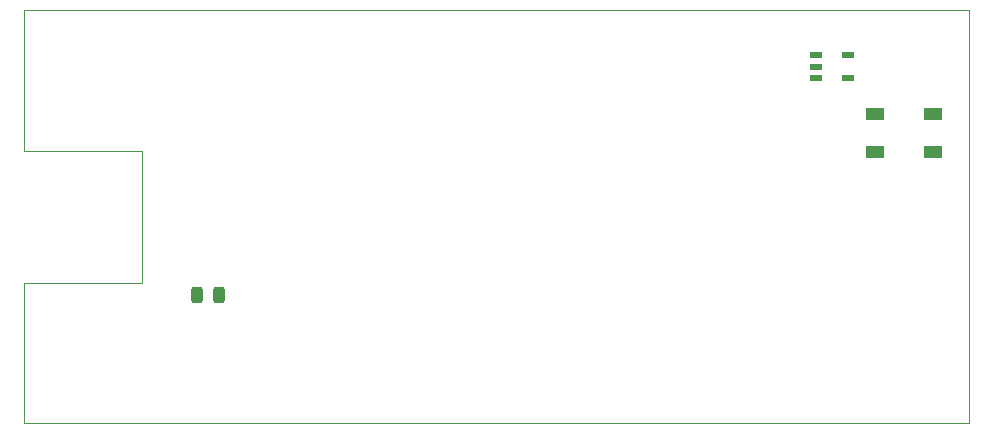
<source format=gtp>
G04 #@! TF.GenerationSoftware,KiCad,Pcbnew,(6.0.1-0)*
G04 #@! TF.CreationDate,2022-02-27T22:00:47+07:00*
G04 #@! TF.ProjectId,V0_Display,56305f44-6973-4706-9c61-792e6b696361,rev?*
G04 #@! TF.SameCoordinates,Original*
G04 #@! TF.FileFunction,Paste,Top*
G04 #@! TF.FilePolarity,Positive*
%FSLAX46Y46*%
G04 Gerber Fmt 4.6, Leading zero omitted, Abs format (unit mm)*
G04 Created by KiCad (PCBNEW (6.0.1-0)) date 2022-02-27 22:00:47*
%MOMM*%
%LPD*%
G01*
G04 APERTURE LIST*
G04 Aperture macros list*
%AMRoundRect*
0 Rectangle with rounded corners*
0 $1 Rounding radius*
0 $2 $3 $4 $5 $6 $7 $8 $9 X,Y pos of 4 corners*
0 Add a 4 corners polygon primitive as box body*
4,1,4,$2,$3,$4,$5,$6,$7,$8,$9,$2,$3,0*
0 Add four circle primitives for the rounded corners*
1,1,$1+$1,$2,$3*
1,1,$1+$1,$4,$5*
1,1,$1+$1,$6,$7*
1,1,$1+$1,$8,$9*
0 Add four rect primitives between the rounded corners*
20,1,$1+$1,$2,$3,$4,$5,0*
20,1,$1+$1,$4,$5,$6,$7,0*
20,1,$1+$1,$6,$7,$8,$9,0*
20,1,$1+$1,$8,$9,$2,$3,0*%
G04 Aperture macros list end*
G04 #@! TA.AperFunction,Profile*
%ADD10C,0.050000*%
G04 #@! TD*
%ADD11R,1.500000X1.000000*%
%ADD12R,1.050000X0.600000*%
%ADD13RoundRect,0.243750X-0.243750X-0.456250X0.243750X-0.456250X0.243750X0.456250X-0.243750X0.456250X0*%
G04 APERTURE END LIST*
D10*
X85170000Y-61562000D02*
X85170000Y-49650000D01*
X165170000Y-84650000D02*
X85170000Y-84650000D01*
X85170000Y-84650000D02*
X85170000Y-72738000D01*
X85170000Y-61562000D02*
X95144000Y-61562000D01*
X85170000Y-72738000D02*
X95144000Y-72738000D01*
X95144000Y-61562000D02*
X95144000Y-72738000D01*
X85170000Y-49650000D02*
X165170000Y-49650000D01*
X165170000Y-49650000D02*
X165170000Y-84650000D01*
D11*
X157210000Y-58438000D03*
X157210000Y-61638000D03*
X162110000Y-61638000D03*
X162110000Y-58438000D03*
D12*
X152214000Y-53500000D03*
X152214000Y-54450000D03*
X152214000Y-55400000D03*
X154914000Y-55400000D03*
X154914000Y-53500000D03*
D13*
X99794500Y-73754000D03*
X101669500Y-73754000D03*
M02*

</source>
